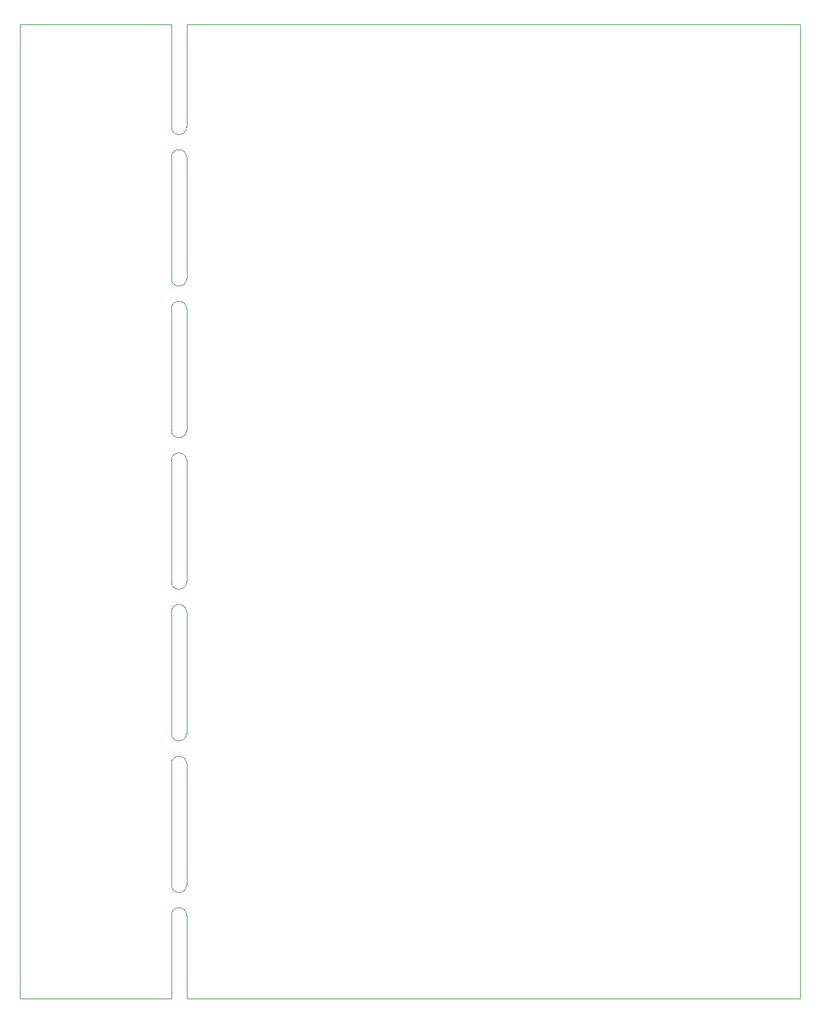
<source format=gbr>
%TF.GenerationSoftware,KiCad,Pcbnew,(6.0.7-1)-1*%
%TF.CreationDate,2022-09-24T04:55:17+07:00*%
%TF.ProjectId,benjolin_1.6_panel,62656e6a-6f6c-4696-9e5f-312e365f7061,rev?*%
%TF.SameCoordinates,Original*%
%TF.FileFunction,Profile,NP*%
%FSLAX46Y46*%
G04 Gerber Fmt 4.6, Leading zero omitted, Abs format (unit mm)*
G04 Created by KiCad (PCBNEW (6.0.7-1)-1) date 2022-09-24 04:55:17*
%MOMM*%
%LPD*%
G01*
G04 APERTURE LIST*
%TA.AperFunction,Profile*%
%ADD10C,0.050000*%
%TD*%
%TA.AperFunction,Profile*%
%ADD11C,0.100000*%
%TD*%
G04 APERTURE END LIST*
D10*
X38550000Y-154150000D02*
X38550000Y-143175000D01*
X38550000Y-139175000D02*
X38550000Y-123175000D01*
X38550000Y-119175000D02*
X38550000Y-103175000D01*
X38550000Y-99175000D02*
X38550000Y-83175000D01*
X38550000Y-79175000D02*
X38550000Y-63175000D01*
X38550000Y-59175000D02*
X38550000Y-43175000D01*
X38550000Y-39175000D02*
X38550000Y-25650000D01*
X40550000Y-39175000D02*
X40550000Y-25650000D01*
X40550000Y-59175000D02*
X40550000Y-43175000D01*
X40550000Y-79175000D02*
X40550000Y-63175000D01*
X40550000Y-99175000D02*
X40550000Y-83175000D01*
X40550000Y-119175000D02*
X40550000Y-103175000D01*
X40550000Y-139175000D02*
X40550000Y-123175000D01*
X40550000Y-154150000D02*
X40550000Y-143175000D01*
X18550000Y-154150000D02*
X38550000Y-154150000D01*
X121450000Y-154150000D02*
X40550000Y-154150000D01*
X121450000Y-25650000D02*
X121450000Y-154150000D01*
X18550000Y-154150000D02*
X18550000Y-25650000D01*
X38550000Y-25650000D02*
X18550000Y-25650000D01*
X121450000Y-25650000D02*
X40550000Y-25650000D01*
D11*
%TO.C,mouse-bite-2mm-slot*%
X38550000Y-39175000D02*
G75*
G03*
X40550000Y-39175000I1000000J0D01*
G01*
X40550000Y-43175000D02*
G75*
G03*
X38550000Y-43175000I-1000000J0D01*
G01*
X38550000Y-59175000D02*
G75*
G03*
X40550000Y-59175000I1000000J0D01*
G01*
X40550000Y-63175000D02*
G75*
G03*
X38550000Y-63175000I-1000000J0D01*
G01*
X38550000Y-79175000D02*
G75*
G03*
X40550000Y-79175000I1000000J0D01*
G01*
X40550000Y-83175000D02*
G75*
G03*
X38550000Y-83175000I-1000000J0D01*
G01*
X38550000Y-99175000D02*
G75*
G03*
X40550000Y-99175000I1000000J0D01*
G01*
X40550000Y-103175000D02*
G75*
G03*
X38550000Y-103175000I-1000000J0D01*
G01*
X38550000Y-119175000D02*
G75*
G03*
X40550000Y-119175000I1000000J0D01*
G01*
X40550000Y-123175000D02*
G75*
G03*
X38550000Y-123175000I-1000000J0D01*
G01*
X40550000Y-143175000D02*
G75*
G03*
X38550000Y-143175000I-1000000J0D01*
G01*
X38550000Y-139175000D02*
G75*
G03*
X40550000Y-139175000I1000000J0D01*
G01*
%TD*%
M02*

</source>
